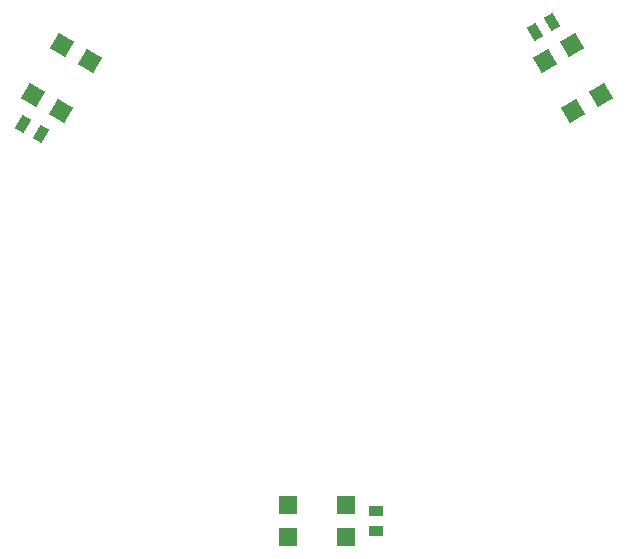
<source format=gtp>
G04*
G04 #@! TF.GenerationSoftware,Altium Limited,CircuitStudio,1.5.2 (30)*
G04*
G04 Layer_Color=7318015*
%FSLAX24Y24*%
%MOIN*%
G70*
G01*
G75*
%ADD10P,0.0835X4X165.0*%
%ADD11R,0.0591X0.0591*%
%ADD12P,0.0835X4X285.0*%
G04:AMPARAMS|DCode=13|XSize=51.2mil|YSize=33.5mil|CornerRadius=0mil|HoleSize=0mil|Usage=FLASHONLY|Rotation=120.000|XOffset=0mil|YOffset=0mil|HoleType=Round|Shape=Rectangle|*
%AMROTATEDRECTD13*
4,1,4,0.0273,-0.0138,-0.0017,-0.0305,-0.0273,0.0138,0.0017,0.0305,0.0273,-0.0138,0.0*
%
%ADD13ROTATEDRECTD13*%

%ADD14R,0.0512X0.0335*%
G04:AMPARAMS|DCode=15|XSize=51.2mil|YSize=33.5mil|CornerRadius=0mil|HoleSize=0mil|Usage=FLASHONLY|Rotation=240.000|XOffset=0mil|YOffset=0mil|HoleType=Round|Shape=Rectangle|*
%AMROTATEDRECTD15*
4,1,4,-0.0017,0.0305,0.0273,0.0138,0.0017,-0.0305,-0.0273,-0.0138,-0.0017,0.0305,0.0*
%
%ADD15ROTATEDRECTD15*%

D10*
X384092Y349329D02*
D03*
X383172Y348798D02*
D03*
X384136Y347127D02*
D03*
X385057Y347659D02*
D03*
D11*
X376555Y332933D02*
D03*
Y333996D02*
D03*
X374626D02*
D03*
Y332933D02*
D03*
D12*
X366124Y347659D02*
D03*
X367045Y347127D02*
D03*
X368009Y348798D02*
D03*
X367089Y349329D02*
D03*
D13*
X382840Y349766D02*
D03*
X383420Y350100D02*
D03*
D14*
X377559Y333799D02*
D03*
Y333130D02*
D03*
D15*
X366372Y346356D02*
D03*
X365793Y346691D02*
D03*
M02*

</source>
